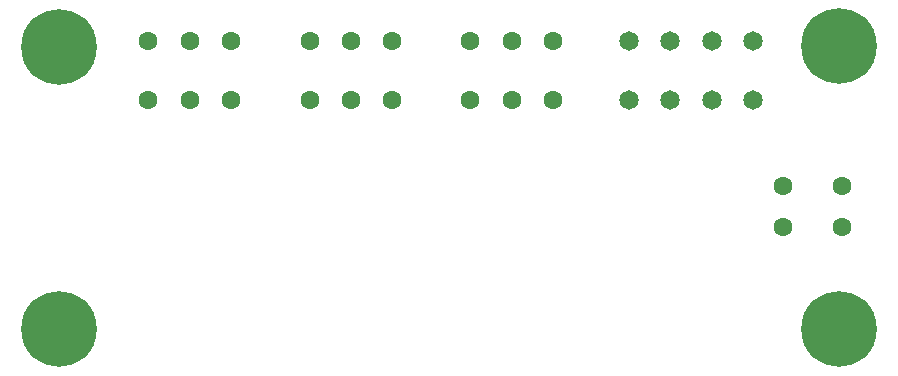
<source format=gbr>
%TF.GenerationSoftware,KiCad,Pcbnew,7.0.9*%
%TF.CreationDate,2024-01-20T18:52:18+00:00*%
%TF.ProjectId,DRV8234 DC Motor Driver Expander,44525638-3233-4342-9044-43204d6f746f,rev?*%
%TF.SameCoordinates,Original*%
%TF.FileFunction,Soldermask,Bot*%
%TF.FilePolarity,Negative*%
%FSLAX46Y46*%
G04 Gerber Fmt 4.6, Leading zero omitted, Abs format (unit mm)*
G04 Created by KiCad (PCBNEW 7.0.9) date 2024-01-20 18:52:18*
%MOMM*%
%LPD*%
G01*
G04 APERTURE LIST*
%ADD10C,1.600200*%
%ADD11C,0.800000*%
%ADD12C,6.400000*%
%ADD13C,1.650000*%
G04 APERTURE END LIST*
D10*
%TO.C,J3*%
X136286001Y-84709000D03*
X136286001Y-79709000D03*
X132786001Y-84709000D03*
X132786001Y-79709000D03*
X129286000Y-84709000D03*
X129286000Y-79709000D03*
%TD*%
%TO.C,J5*%
X155782000Y-95504000D03*
X160782000Y-95504000D03*
X155782000Y-92003997D03*
X160782000Y-92003997D03*
%TD*%
%TO.C,J2*%
X122697001Y-84709000D03*
X122697001Y-79709000D03*
X119197001Y-84709000D03*
X119197001Y-79709000D03*
X115697000Y-84709000D03*
X115697000Y-79709000D03*
%TD*%
%TO.C,J1*%
X109037000Y-84709000D03*
X109037000Y-79709000D03*
X105537000Y-84709000D03*
X105537000Y-79709000D03*
X102036999Y-84709000D03*
X102036999Y-79709000D03*
%TD*%
D11*
%TO.C,H2*%
X158128000Y-80183056D03*
X158830944Y-78486000D03*
X158830944Y-81880112D03*
X160528000Y-77783056D03*
D12*
X160528000Y-80183056D03*
D11*
X160528000Y-82583056D03*
X162225056Y-78486000D03*
X162225056Y-81880112D03*
X162928000Y-80183056D03*
%TD*%
%TO.C,H3*%
X92088000Y-104140000D03*
X92790944Y-102442944D03*
X92790944Y-105837056D03*
X94488000Y-101740000D03*
D12*
X94488000Y-104140000D03*
D11*
X94488000Y-106540000D03*
X96185056Y-102442944D03*
X96185056Y-105837056D03*
X96888000Y-104140000D03*
%TD*%
D13*
%TO.C,J4*%
X153244000Y-84694400D03*
X153244000Y-79694400D03*
X149744000Y-84694400D03*
X149744000Y-79694400D03*
X146244000Y-84694400D03*
X146244000Y-79694400D03*
X142744000Y-84694400D03*
X142744000Y-79694400D03*
%TD*%
D11*
%TO.C,H1*%
X92088000Y-80264000D03*
X92790944Y-78566944D03*
X92790944Y-81961056D03*
X94488000Y-77864000D03*
D12*
X94488000Y-80264000D03*
D11*
X94488000Y-82664000D03*
X96185056Y-78566944D03*
X96185056Y-81961056D03*
X96888000Y-80264000D03*
%TD*%
%TO.C,H4*%
X158128000Y-104093944D03*
X158830944Y-102396888D03*
X158830944Y-105791000D03*
X160528000Y-101693944D03*
D12*
X160528000Y-104093944D03*
D11*
X160528000Y-106493944D03*
X162225056Y-102396888D03*
X162225056Y-105791000D03*
X162928000Y-104093944D03*
%TD*%
M02*

</source>
